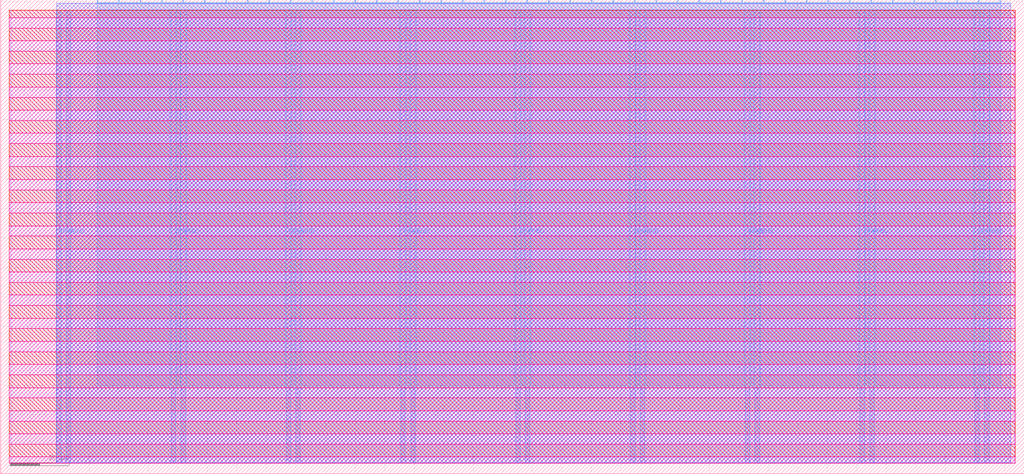
<source format=lef>
VERSION 5.7 ;
  NOWIREEXTENSIONATPIN ON ;
  DIVIDERCHAR "/" ;
  BUSBITCHARS "[]" ;
MACRO tt_um_calonso88_spi_i2c_reg_bank
  CLASS BLOCK ;
  FOREIGN tt_um_calonso88_spi_i2c_reg_bank ;
  ORIGIN 0.000 0.000 ;
  SIZE 346.640 BY 160.720 ;
  PIN VGND
    DIRECTION INOUT ;
    USE GROUND ;
    PORT
      LAYER Metal4 ;
        RECT 22.180 3.620 23.780 157.100 ;
    END
    PORT
      LAYER Metal4 ;
        RECT 61.050 3.620 62.650 157.100 ;
    END
    PORT
      LAYER Metal4 ;
        RECT 99.920 3.620 101.520 157.100 ;
    END
    PORT
      LAYER Metal4 ;
        RECT 138.790 3.620 140.390 157.100 ;
    END
    PORT
      LAYER Metal4 ;
        RECT 177.660 3.620 179.260 157.100 ;
    END
    PORT
      LAYER Metal4 ;
        RECT 216.530 3.620 218.130 157.100 ;
    END
    PORT
      LAYER Metal4 ;
        RECT 255.400 3.620 257.000 157.100 ;
    END
    PORT
      LAYER Metal4 ;
        RECT 294.270 3.620 295.870 157.100 ;
    END
    PORT
      LAYER Metal4 ;
        RECT 333.140 3.620 334.740 157.100 ;
    END
  END VGND
  PIN VPWR
    DIRECTION INOUT ;
    USE POWER ;
    PORT
      LAYER Metal4 ;
        RECT 18.880 3.620 20.480 157.100 ;
    END
    PORT
      LAYER Metal4 ;
        RECT 57.750 3.620 59.350 157.100 ;
    END
    PORT
      LAYER Metal4 ;
        RECT 96.620 3.620 98.220 157.100 ;
    END
    PORT
      LAYER Metal4 ;
        RECT 135.490 3.620 137.090 157.100 ;
    END
    PORT
      LAYER Metal4 ;
        RECT 174.360 3.620 175.960 157.100 ;
    END
    PORT
      LAYER Metal4 ;
        RECT 213.230 3.620 214.830 157.100 ;
    END
    PORT
      LAYER Metal4 ;
        RECT 252.100 3.620 253.700 157.100 ;
    END
    PORT
      LAYER Metal4 ;
        RECT 290.970 3.620 292.570 157.100 ;
    END
    PORT
      LAYER Metal4 ;
        RECT 329.840 3.620 331.440 157.100 ;
    END
  END VPWR
  PIN clk
    DIRECTION INPUT ;
    USE SIGNAL ;
    ANTENNAGATEAREA 4.738000 ;
    PORT
      LAYER Metal4 ;
        RECT 331.090 159.720 331.390 160.720 ;
    END
  END clk
  PIN ena
    DIRECTION INPUT ;
    USE SIGNAL ;
    ANTENNAGATEAREA 0.741000 ;
    PORT
      LAYER Metal4 ;
        RECT 338.370 159.720 338.670 160.720 ;
    END
  END ena
  PIN rst_n
    DIRECTION INPUT ;
    USE SIGNAL ;
    ANTENNAGATEAREA 0.726000 ;
    PORT
      LAYER Metal4 ;
        RECT 323.810 159.720 324.110 160.720 ;
    END
  END rst_n
  PIN ui_in[0]
    DIRECTION INPUT ;
    USE SIGNAL ;
    ANTENNAGATEAREA 0.396000 ;
    PORT
      LAYER Metal4 ;
        RECT 316.530 159.720 316.830 160.720 ;
    END
  END ui_in[0]
  PIN ui_in[1]
    DIRECTION INPUT ;
    USE SIGNAL ;
    ANTENNAGATEAREA 0.396000 ;
    PORT
      LAYER Metal4 ;
        RECT 309.250 159.720 309.550 160.720 ;
    END
  END ui_in[1]
  PIN ui_in[2]
    DIRECTION INPUT ;
    USE SIGNAL ;
    ANTENNAGATEAREA 0.396000 ;
    PORT
      LAYER Metal4 ;
        RECT 301.970 159.720 302.270 160.720 ;
    END
  END ui_in[2]
  PIN ui_in[3]
    DIRECTION INPUT ;
    USE SIGNAL ;
    ANTENNAGATEAREA 0.396000 ;
    PORT
      LAYER Metal4 ;
        RECT 294.690 159.720 294.990 160.720 ;
    END
  END ui_in[3]
  PIN ui_in[4]
    DIRECTION INPUT ;
    USE SIGNAL ;
    ANTENNAGATEAREA 0.396000 ;
    PORT
      LAYER Metal4 ;
        RECT 287.410 159.720 287.710 160.720 ;
    END
  END ui_in[4]
  PIN ui_in[5]
    DIRECTION INPUT ;
    USE SIGNAL ;
    PORT
      LAYER Metal4 ;
        RECT 280.130 159.720 280.430 160.720 ;
    END
  END ui_in[5]
  PIN ui_in[6]
    DIRECTION INPUT ;
    USE SIGNAL ;
    PORT
      LAYER Metal4 ;
        RECT 272.850 159.720 273.150 160.720 ;
    END
  END ui_in[6]
  PIN ui_in[7]
    DIRECTION INPUT ;
    USE SIGNAL ;
    ANTENNAGATEAREA 0.396000 ;
    PORT
      LAYER Metal4 ;
        RECT 265.570 159.720 265.870 160.720 ;
    END
  END ui_in[7]
  PIN uio_in[0]
    DIRECTION INPUT ;
    USE SIGNAL ;
    PORT
      LAYER Metal4 ;
        RECT 258.290 159.720 258.590 160.720 ;
    END
  END uio_in[0]
  PIN uio_in[1]
    DIRECTION INPUT ;
    USE SIGNAL ;
    ANTENNAGATEAREA 0.396000 ;
    PORT
      LAYER Metal4 ;
        RECT 251.010 159.720 251.310 160.720 ;
    END
  END uio_in[1]
  PIN uio_in[2]
    DIRECTION INPUT ;
    USE SIGNAL ;
    ANTENNAGATEAREA 0.396000 ;
    PORT
      LAYER Metal4 ;
        RECT 243.730 159.720 244.030 160.720 ;
    END
  END uio_in[2]
  PIN uio_in[3]
    DIRECTION INPUT ;
    USE SIGNAL ;
    PORT
      LAYER Metal4 ;
        RECT 236.450 159.720 236.750 160.720 ;
    END
  END uio_in[3]
  PIN uio_in[4]
    DIRECTION INPUT ;
    USE SIGNAL ;
    ANTENNAGATEAREA 0.396000 ;
    PORT
      LAYER Metal4 ;
        RECT 229.170 159.720 229.470 160.720 ;
    END
  END uio_in[4]
  PIN uio_in[5]
    DIRECTION INPUT ;
    USE SIGNAL ;
    ANTENNAGATEAREA 0.396000 ;
    PORT
      LAYER Metal4 ;
        RECT 221.890 159.720 222.190 160.720 ;
    END
  END uio_in[5]
  PIN uio_in[6]
    DIRECTION INPUT ;
    USE SIGNAL ;
    ANTENNAGATEAREA 0.396000 ;
    PORT
      LAYER Metal4 ;
        RECT 214.610 159.720 214.910 160.720 ;
    END
  END uio_in[6]
  PIN uio_in[7]
    DIRECTION INPUT ;
    USE SIGNAL ;
    PORT
      LAYER Metal4 ;
        RECT 207.330 159.720 207.630 160.720 ;
    END
  END uio_in[7]
  PIN uio_oe[0]
    DIRECTION OUTPUT ;
    USE SIGNAL ;
    ANTENNADIFFAREA 0.360800 ;
    PORT
      LAYER Metal4 ;
        RECT 83.570 159.720 83.870 160.720 ;
    END
  END uio_oe[0]
  PIN uio_oe[1]
    DIRECTION OUTPUT ;
    USE SIGNAL ;
    ANTENNADIFFAREA 1.986000 ;
    PORT
      LAYER Metal4 ;
        RECT 76.290 159.720 76.590 160.720 ;
    END
  END uio_oe[1]
  PIN uio_oe[2]
    DIRECTION OUTPUT ;
    USE SIGNAL ;
    ANTENNADIFFAREA 0.360800 ;
    PORT
      LAYER Metal4 ;
        RECT 69.010 159.720 69.310 160.720 ;
    END
  END uio_oe[2]
  PIN uio_oe[3]
    DIRECTION OUTPUT ;
    USE SIGNAL ;
    ANTENNADIFFAREA 1.986000 ;
    PORT
      LAYER Metal4 ;
        RECT 61.730 159.720 62.030 160.720 ;
    END
  END uio_oe[3]
  PIN uio_oe[4]
    DIRECTION OUTPUT ;
    USE SIGNAL ;
    ANTENNADIFFAREA 0.360800 ;
    PORT
      LAYER Metal4 ;
        RECT 54.450 159.720 54.750 160.720 ;
    END
  END uio_oe[4]
  PIN uio_oe[5]
    DIRECTION OUTPUT ;
    USE SIGNAL ;
    ANTENNADIFFAREA 0.360800 ;
    PORT
      LAYER Metal4 ;
        RECT 47.170 159.720 47.470 160.720 ;
    END
  END uio_oe[5]
  PIN uio_oe[6]
    DIRECTION OUTPUT ;
    USE SIGNAL ;
    ANTENNADIFFAREA 0.360800 ;
    PORT
      LAYER Metal4 ;
        RECT 39.890 159.720 40.190 160.720 ;
    END
  END uio_oe[6]
  PIN uio_oe[7]
    DIRECTION OUTPUT ;
    USE SIGNAL ;
    ANTENNADIFFAREA 0.360800 ;
    PORT
      LAYER Metal4 ;
        RECT 32.610 159.720 32.910 160.720 ;
    END
  END uio_oe[7]
  PIN uio_out[0]
    DIRECTION OUTPUT ;
    USE SIGNAL ;
    ANTENNADIFFAREA 0.360800 ;
    PORT
      LAYER Metal4 ;
        RECT 141.810 159.720 142.110 160.720 ;
    END
  END uio_out[0]
  PIN uio_out[1]
    DIRECTION OUTPUT ;
    USE SIGNAL ;
    ANTENNADIFFAREA 0.360800 ;
    PORT
      LAYER Metal4 ;
        RECT 134.530 159.720 134.830 160.720 ;
    END
  END uio_out[1]
  PIN uio_out[2]
    DIRECTION OUTPUT ;
    USE SIGNAL ;
    ANTENNADIFFAREA 0.360800 ;
    PORT
      LAYER Metal4 ;
        RECT 127.250 159.720 127.550 160.720 ;
    END
  END uio_out[2]
  PIN uio_out[3]
    DIRECTION OUTPUT ;
    USE SIGNAL ;
    ANTENNADIFFAREA 1.986000 ;
    PORT
      LAYER Metal4 ;
        RECT 119.970 159.720 120.270 160.720 ;
    END
  END uio_out[3]
  PIN uio_out[4]
    DIRECTION OUTPUT ;
    USE SIGNAL ;
    ANTENNADIFFAREA 0.360800 ;
    PORT
      LAYER Metal4 ;
        RECT 112.690 159.720 112.990 160.720 ;
    END
  END uio_out[4]
  PIN uio_out[5]
    DIRECTION OUTPUT ;
    USE SIGNAL ;
    ANTENNADIFFAREA 0.360800 ;
    PORT
      LAYER Metal4 ;
        RECT 105.410 159.720 105.710 160.720 ;
    END
  END uio_out[5]
  PIN uio_out[6]
    DIRECTION OUTPUT ;
    USE SIGNAL ;
    ANTENNADIFFAREA 0.360800 ;
    PORT
      LAYER Metal4 ;
        RECT 98.130 159.720 98.430 160.720 ;
    END
  END uio_out[6]
  PIN uio_out[7]
    DIRECTION OUTPUT ;
    USE SIGNAL ;
    ANTENNADIFFAREA 0.360800 ;
    PORT
      LAYER Metal4 ;
        RECT 90.850 159.720 91.150 160.720 ;
    END
  END uio_out[7]
  PIN uo_out[0]
    DIRECTION OUTPUT ;
    USE SIGNAL ;
    ANTENNADIFFAREA 1.986000 ;
    PORT
      LAYER Metal4 ;
        RECT 200.050 159.720 200.350 160.720 ;
    END
  END uo_out[0]
  PIN uo_out[1]
    DIRECTION OUTPUT ;
    USE SIGNAL ;
    ANTENNADIFFAREA 1.986000 ;
    PORT
      LAYER Metal4 ;
        RECT 192.770 159.720 193.070 160.720 ;
    END
  END uo_out[1]
  PIN uo_out[2]
    DIRECTION OUTPUT ;
    USE SIGNAL ;
    ANTENNADIFFAREA 1.986000 ;
    PORT
      LAYER Metal4 ;
        RECT 185.490 159.720 185.790 160.720 ;
    END
  END uo_out[2]
  PIN uo_out[3]
    DIRECTION OUTPUT ;
    USE SIGNAL ;
    ANTENNADIFFAREA 1.986000 ;
    PORT
      LAYER Metal4 ;
        RECT 178.210 159.720 178.510 160.720 ;
    END
  END uo_out[3]
  PIN uo_out[4]
    DIRECTION OUTPUT ;
    USE SIGNAL ;
    ANTENNADIFFAREA 1.986000 ;
    PORT
      LAYER Metal4 ;
        RECT 170.930 159.720 171.230 160.720 ;
    END
  END uo_out[4]
  PIN uo_out[5]
    DIRECTION OUTPUT ;
    USE SIGNAL ;
    ANTENNADIFFAREA 1.986000 ;
    PORT
      LAYER Metal4 ;
        RECT 163.650 159.720 163.950 160.720 ;
    END
  END uo_out[5]
  PIN uo_out[6]
    DIRECTION OUTPUT ;
    USE SIGNAL ;
    ANTENNADIFFAREA 1.986000 ;
    PORT
      LAYER Metal4 ;
        RECT 156.370 159.720 156.670 160.720 ;
    END
  END uo_out[6]
  PIN uo_out[7]
    DIRECTION OUTPUT ;
    USE SIGNAL ;
    ANTENNADIFFAREA 1.986000 ;
    PORT
      LAYER Metal4 ;
        RECT 149.090 159.720 149.390 160.720 ;
    END
  END uo_out[7]
  OBS
      LAYER Nwell ;
        RECT 2.930 154.640 343.710 157.230 ;
      LAYER Pwell ;
        RECT 2.930 151.120 343.710 154.640 ;
      LAYER Nwell ;
        RECT 2.930 146.800 343.710 151.120 ;
      LAYER Pwell ;
        RECT 2.930 143.280 343.710 146.800 ;
      LAYER Nwell ;
        RECT 2.930 138.960 343.710 143.280 ;
      LAYER Pwell ;
        RECT 2.930 135.440 343.710 138.960 ;
      LAYER Nwell ;
        RECT 2.930 131.120 343.710 135.440 ;
      LAYER Pwell ;
        RECT 2.930 127.600 343.710 131.120 ;
      LAYER Nwell ;
        RECT 2.930 123.280 343.710 127.600 ;
      LAYER Pwell ;
        RECT 2.930 119.760 343.710 123.280 ;
      LAYER Nwell ;
        RECT 2.930 115.440 343.710 119.760 ;
      LAYER Pwell ;
        RECT 2.930 111.920 343.710 115.440 ;
      LAYER Nwell ;
        RECT 2.930 107.600 343.710 111.920 ;
      LAYER Pwell ;
        RECT 2.930 104.080 343.710 107.600 ;
      LAYER Nwell ;
        RECT 2.930 99.760 343.710 104.080 ;
      LAYER Pwell ;
        RECT 2.930 96.240 343.710 99.760 ;
      LAYER Nwell ;
        RECT 2.930 91.920 343.710 96.240 ;
      LAYER Pwell ;
        RECT 2.930 88.400 343.710 91.920 ;
      LAYER Nwell ;
        RECT 2.930 84.080 343.710 88.400 ;
      LAYER Pwell ;
        RECT 2.930 80.560 343.710 84.080 ;
      LAYER Nwell ;
        RECT 2.930 76.240 343.710 80.560 ;
      LAYER Pwell ;
        RECT 2.930 72.720 343.710 76.240 ;
      LAYER Nwell ;
        RECT 2.930 68.400 343.710 72.720 ;
      LAYER Pwell ;
        RECT 2.930 64.880 343.710 68.400 ;
      LAYER Nwell ;
        RECT 2.930 60.560 343.710 64.880 ;
      LAYER Pwell ;
        RECT 2.930 57.040 343.710 60.560 ;
      LAYER Nwell ;
        RECT 2.930 52.720 343.710 57.040 ;
      LAYER Pwell ;
        RECT 2.930 49.200 343.710 52.720 ;
      LAYER Nwell ;
        RECT 2.930 44.880 343.710 49.200 ;
      LAYER Pwell ;
        RECT 2.930 41.360 343.710 44.880 ;
      LAYER Nwell ;
        RECT 2.930 37.040 343.710 41.360 ;
      LAYER Pwell ;
        RECT 2.930 33.520 343.710 37.040 ;
      LAYER Nwell ;
        RECT 2.930 29.200 343.710 33.520 ;
      LAYER Pwell ;
        RECT 2.930 25.680 343.710 29.200 ;
      LAYER Nwell ;
        RECT 2.930 21.360 343.710 25.680 ;
      LAYER Pwell ;
        RECT 2.930 17.840 343.710 21.360 ;
      LAYER Nwell ;
        RECT 2.930 13.520 343.710 17.840 ;
      LAYER Pwell ;
        RECT 2.930 10.000 343.710 13.520 ;
      LAYER Nwell ;
        RECT 2.930 5.680 343.710 10.000 ;
      LAYER Pwell ;
        RECT 2.930 3.490 343.710 5.680 ;
      LAYER Metal1 ;
        RECT 3.360 3.620 343.280 157.100 ;
      LAYER Metal2 ;
        RECT 19.020 3.730 342.020 159.510 ;
      LAYER Metal3 ;
        RECT 18.970 3.780 342.070 159.460 ;
      LAYER Metal4 ;
        RECT 33.210 159.420 39.590 159.720 ;
        RECT 40.490 159.420 46.870 159.720 ;
        RECT 47.770 159.420 54.150 159.720 ;
        RECT 55.050 159.420 61.430 159.720 ;
        RECT 62.330 159.420 68.710 159.720 ;
        RECT 69.610 159.420 75.990 159.720 ;
        RECT 76.890 159.420 83.270 159.720 ;
        RECT 84.170 159.420 90.550 159.720 ;
        RECT 91.450 159.420 97.830 159.720 ;
        RECT 98.730 159.420 105.110 159.720 ;
        RECT 106.010 159.420 112.390 159.720 ;
        RECT 113.290 159.420 119.670 159.720 ;
        RECT 120.570 159.420 126.950 159.720 ;
        RECT 127.850 159.420 134.230 159.720 ;
        RECT 135.130 159.420 141.510 159.720 ;
        RECT 142.410 159.420 148.790 159.720 ;
        RECT 149.690 159.420 156.070 159.720 ;
        RECT 156.970 159.420 163.350 159.720 ;
        RECT 164.250 159.420 170.630 159.720 ;
        RECT 171.530 159.420 177.910 159.720 ;
        RECT 178.810 159.420 185.190 159.720 ;
        RECT 186.090 159.420 192.470 159.720 ;
        RECT 193.370 159.420 199.750 159.720 ;
        RECT 200.650 159.420 207.030 159.720 ;
        RECT 207.930 159.420 214.310 159.720 ;
        RECT 215.210 159.420 221.590 159.720 ;
        RECT 222.490 159.420 228.870 159.720 ;
        RECT 229.770 159.420 236.150 159.720 ;
        RECT 237.050 159.420 243.430 159.720 ;
        RECT 244.330 159.420 250.710 159.720 ;
        RECT 251.610 159.420 257.990 159.720 ;
        RECT 258.890 159.420 265.270 159.720 ;
        RECT 266.170 159.420 272.550 159.720 ;
        RECT 273.450 159.420 279.830 159.720 ;
        RECT 280.730 159.420 287.110 159.720 ;
        RECT 288.010 159.420 294.390 159.720 ;
        RECT 295.290 159.420 301.670 159.720 ;
        RECT 302.570 159.420 308.950 159.720 ;
        RECT 309.850 159.420 316.230 159.720 ;
        RECT 317.130 159.420 323.510 159.720 ;
        RECT 324.410 159.420 330.790 159.720 ;
        RECT 331.690 159.420 338.070 159.720 ;
        RECT 32.620 157.400 338.660 159.420 ;
        RECT 32.620 29.770 57.450 157.400 ;
        RECT 59.650 29.770 60.750 157.400 ;
        RECT 62.950 29.770 96.320 157.400 ;
        RECT 98.520 29.770 99.620 157.400 ;
        RECT 101.820 29.770 135.190 157.400 ;
        RECT 137.390 29.770 138.490 157.400 ;
        RECT 140.690 29.770 174.060 157.400 ;
        RECT 176.260 29.770 177.360 157.400 ;
        RECT 179.560 29.770 212.930 157.400 ;
        RECT 215.130 29.770 216.230 157.400 ;
        RECT 218.430 29.770 251.800 157.400 ;
        RECT 254.000 29.770 255.100 157.400 ;
        RECT 257.300 29.770 290.670 157.400 ;
        RECT 292.870 29.770 293.970 157.400 ;
        RECT 296.170 29.770 329.540 157.400 ;
        RECT 331.740 29.770 332.840 157.400 ;
        RECT 335.040 29.770 338.660 157.400 ;
  END
END tt_um_calonso88_spi_i2c_reg_bank
END LIBRARY


</source>
